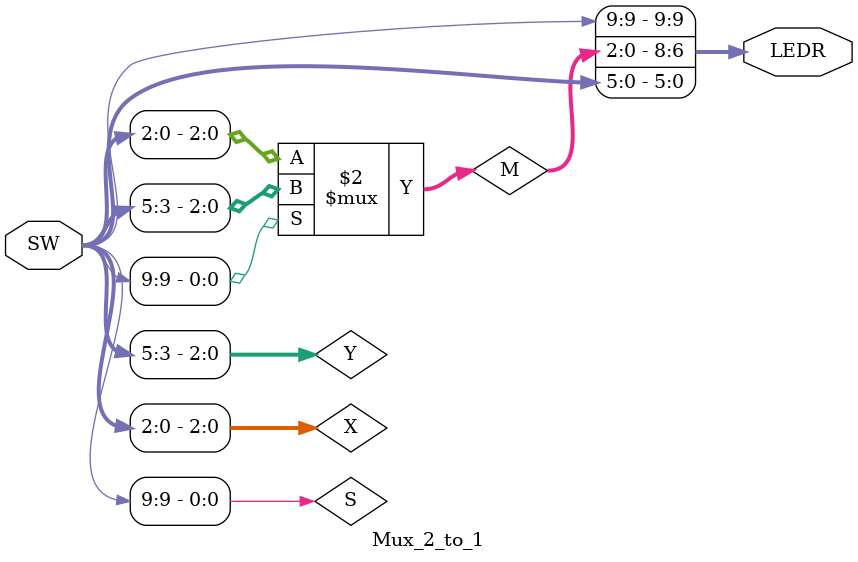
<source format=v>
module Mux_2_to_1 (SW, LEDR);//Create module Mux_2_to_1  
  
	input [9:0]SW;    //Input Declarations: 10 slide switches
	output[9:0]LEDR;  //Output Declarations: 10 red LED lights                                                   

	wire S;    	  	  //Declare the Select signal  
	wire [2:0] X, Y, M;    //Declare the inputs and outputs to the MUX  
  
	assign S = SW[9];    //Assigning input switches to internal signals
	assign X = SW[2:0];   	
	assign Y = SW[5:3];  
  
	assign LEDR[8:6] = M; //Assigning internal signals to output LEDs 
	assign LEDR[9] = SW[9];  
	assign LEDR[2:0] = SW[2:0];
	assign LEDR[5:3] = SW[5:3];

	assign M = (S == 0) ? X : Y;     //Mux Select Function   
  
endmodule 
</source>
